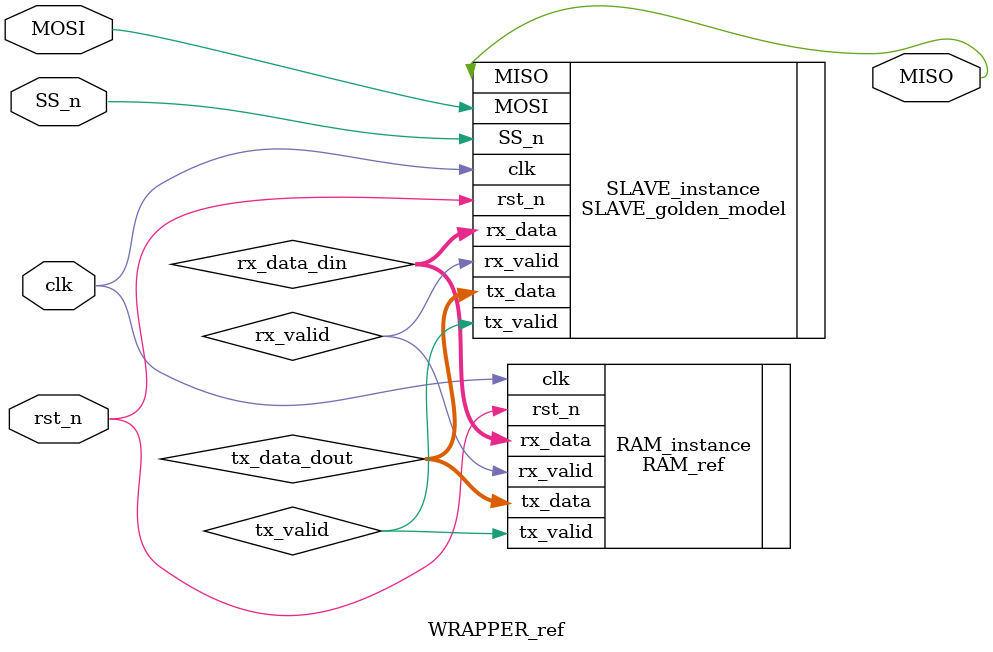
<source format=v>
module WRAPPER_ref (MOSI,MISO,SS_n,clk,rst_n);

input  MOSI, SS_n, clk, rst_n;
output MISO;

wire [9:0] rx_data_din;
wire       rx_valid;
wire       tx_valid;
wire [7:0] tx_data_dout;

RAM_ref   RAM_instance   (
    .clk(clk), 
    .rst_n(rst_n), 
    .rx_valid(rx_valid),
    .rx_data(rx_data_din),
    .tx_valid(tx_valid),
    .tx_data(tx_data_dout)
);
SLAVE_golden_model SLAVE_instance (
    .clk(clk), 
    .rst_n(rst_n), 
    .SS_n(SS_n), 
    .MOSI(MOSI), 
    .tx_valid(tx_valid), 
    .tx_data(tx_data_dout),
    .MISO(MISO), 
    .rx_valid(rx_valid),
    .rx_data(rx_data_din)
);

endmodule
</source>
